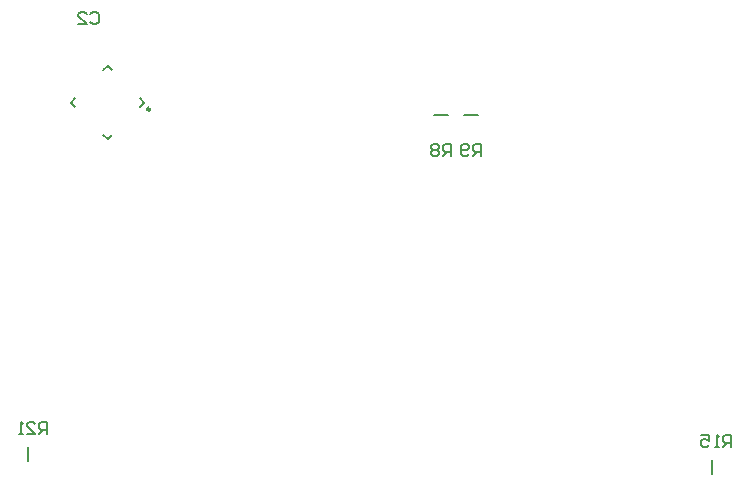
<source format=gbo>
G04 Layer_Color=32896*
%FSAX24Y24*%
%MOIN*%
G70*
G01*
G75*
%ADD17C,0.0080*%
%ADD37C,0.0098*%
%ADD38C,0.0079*%
D17*
X052228Y049143D02*
X052295Y049210D01*
X052428D01*
X052495Y049143D01*
Y048877D01*
X052428Y048810D01*
X052295D01*
X052228Y048877D01*
X051828Y048810D02*
X052095D01*
X051828Y049077D01*
Y049143D01*
X051895Y049210D01*
X052028D01*
X052095Y049143D01*
X064230Y044410D02*
Y044810D01*
X064030D01*
X063963Y044743D01*
Y044610D01*
X064030Y044543D01*
X064230D01*
X064097D02*
X063963Y044410D01*
X063830Y044743D02*
X063763Y044810D01*
X063630D01*
X063564Y044743D01*
Y044677D01*
X063630Y044610D01*
X063564Y044543D01*
Y044477D01*
X063630Y044410D01*
X063763D01*
X063830Y044477D01*
Y044543D01*
X063763Y044610D01*
X063830Y044677D01*
Y044743D01*
X063763Y044610D02*
X063630D01*
X065230Y044410D02*
Y044810D01*
X065030D01*
X064963Y044743D01*
Y044610D01*
X065030Y044543D01*
X065230D01*
X065097D02*
X064963Y044410D01*
X064830Y044477D02*
X064763Y044410D01*
X064630D01*
X064564Y044477D01*
Y044743D01*
X064630Y044810D01*
X064763D01*
X064830Y044743D01*
Y044677D01*
X064763Y044610D01*
X064564D01*
X073580Y034720D02*
Y035120D01*
X073380D01*
X073313Y035053D01*
Y034920D01*
X073380Y034853D01*
X073580D01*
X073447D02*
X073313Y034720D01*
X073180D02*
X073047D01*
X073113D01*
Y035120D01*
X073180Y035053D01*
X072580Y035120D02*
X072847D01*
Y034920D01*
X072714Y034987D01*
X072647D01*
X072580Y034920D01*
Y034787D01*
X072647Y034720D01*
X072780D01*
X072847Y034787D01*
X050780Y035170D02*
Y035570D01*
X050580D01*
X050513Y035503D01*
Y035370D01*
X050580Y035303D01*
X050780D01*
X050647D02*
X050513Y035170D01*
X050114D02*
X050380D01*
X050114Y035437D01*
Y035503D01*
X050180Y035570D01*
X050313D01*
X050380Y035503D01*
X049980Y035170D02*
X049847D01*
X049914D01*
Y035570D01*
X049980Y035503D01*
D37*
X054213Y045977D02*
G03*
X054213Y045977I-000049J000000D01*
G01*
D38*
X063664Y045800D02*
X064136D01*
X064664D02*
X065136D01*
X052661Y045114D02*
X052800Y044975D01*
X052939Y045114D01*
X051575Y046200D02*
X051714Y046061D01*
X051575Y046200D02*
X051714Y046339D01*
X052661Y047286D02*
X052800Y047425D01*
X052939Y047286D01*
X053886Y046339D02*
X054025Y046200D01*
X053886Y046061D02*
X054025Y046200D01*
X072950Y033814D02*
Y034286D01*
X050150Y034264D02*
Y034736D01*
M02*

</source>
